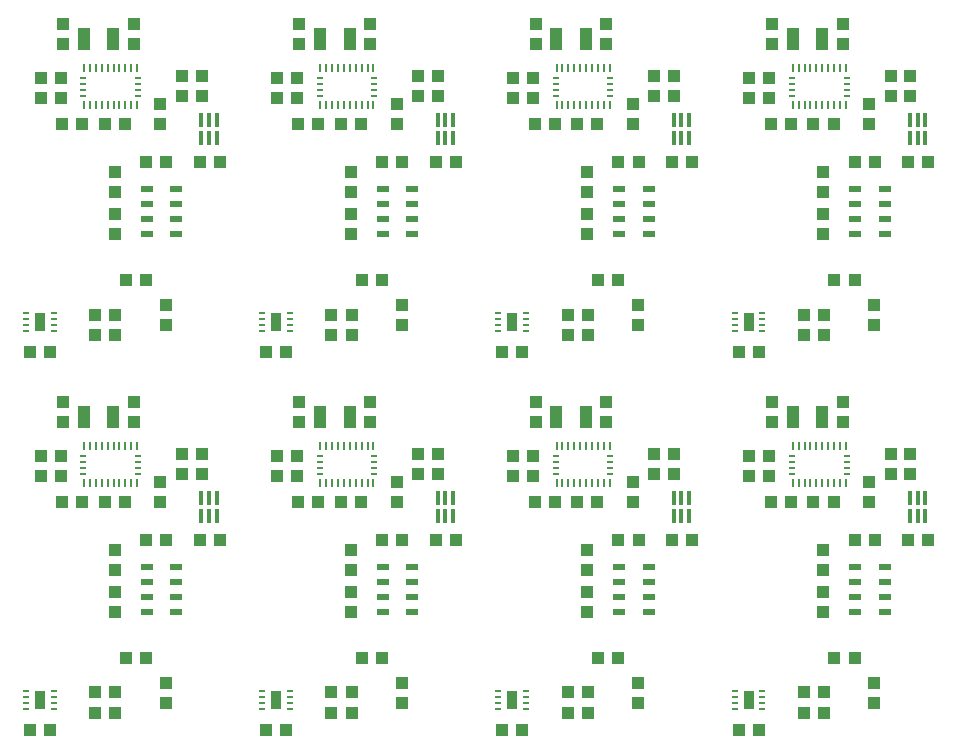
<source format=gbr>
G04 #@! TF.GenerationSoftware,KiCad,Pcbnew,(5.1.0-rc1-113-g51cc783e7)*
G04 #@! TF.CreationDate,2019-03-14T17:18:49-04:00
G04 #@! TF.ProjectId,fk-naturalist-sensors,666b2d6e-6174-4757-9261-6c6973742d73,rev?*
G04 #@! TF.SameCoordinates,Original*
G04 #@! TF.FileFunction,Paste,Top*
G04 #@! TF.FilePolarity,Positive*
%FSLAX46Y46*%
G04 Gerber Fmt 4.6, Leading zero omitted, Abs format (unit mm)*
G04 Created by KiCad (PCBNEW (5.1.0-rc1-113-g51cc783e7)) date 2019-03-14 17:18:49*
%MOMM*%
%LPD*%
G04 APERTURE LIST*
%ADD10R,1.000000X1.100000*%
%ADD11R,0.900000X1.600000*%
%ADD12R,0.550000X0.250000*%
%ADD13R,0.350000X1.200000*%
%ADD14R,1.100000X1.900000*%
%ADD15R,1.100000X1.000000*%
%ADD16R,1.100000X0.500000*%
%ADD17R,0.575000X0.250000*%
%ADD18R,0.250000X0.675000*%
G04 APERTURE END LIST*
D10*
X103820234Y-89488113D03*
X103820234Y-87788113D03*
X83820234Y-89488113D03*
X83820234Y-87788113D03*
X63820234Y-89488113D03*
X63820234Y-87788113D03*
X43820234Y-89488113D03*
X43820234Y-87788113D03*
X103820234Y-57488113D03*
X103820234Y-55788113D03*
X83820234Y-57488113D03*
X83820234Y-55788113D03*
X63820234Y-57488113D03*
X63820234Y-55788113D03*
X103362500Y-72451000D03*
X103362500Y-70751000D03*
X83362500Y-72451000D03*
X83362500Y-70751000D03*
X63362500Y-72451000D03*
X63362500Y-70751000D03*
X43362500Y-72451000D03*
X43362500Y-70751000D03*
X103362500Y-40451000D03*
X103362500Y-38751000D03*
X83362500Y-40451000D03*
X83362500Y-38751000D03*
X63362500Y-40451000D03*
X63362500Y-38751000D03*
D11*
X93172800Y-89216400D03*
D12*
X94347800Y-88466400D03*
X94347800Y-88966400D03*
X94347800Y-89466400D03*
X94347800Y-89966400D03*
X91997800Y-89966400D03*
X91997800Y-89466400D03*
X91997800Y-88966400D03*
X91997800Y-88466400D03*
D11*
X73172800Y-89216400D03*
D12*
X74347800Y-88466400D03*
X74347800Y-88966400D03*
X74347800Y-89466400D03*
X74347800Y-89966400D03*
X71997800Y-89966400D03*
X71997800Y-89466400D03*
X71997800Y-88966400D03*
X71997800Y-88466400D03*
D11*
X53172800Y-89216400D03*
D12*
X54347800Y-88466400D03*
X54347800Y-88966400D03*
X54347800Y-89466400D03*
X54347800Y-89966400D03*
X51997800Y-89966400D03*
X51997800Y-89466400D03*
X51997800Y-88966400D03*
X51997800Y-88466400D03*
D11*
X33172800Y-89216400D03*
D12*
X34347800Y-88466400D03*
X34347800Y-88966400D03*
X34347800Y-89466400D03*
X34347800Y-89966400D03*
X31997800Y-89966400D03*
X31997800Y-89466400D03*
X31997800Y-88966400D03*
X31997800Y-88466400D03*
D11*
X93172800Y-57216400D03*
D12*
X94347800Y-56466400D03*
X94347800Y-56966400D03*
X94347800Y-57466400D03*
X94347800Y-57966400D03*
X91997800Y-57966400D03*
X91997800Y-57466400D03*
X91997800Y-56966400D03*
X91997800Y-56466400D03*
D11*
X73172800Y-57216400D03*
D12*
X74347800Y-56466400D03*
X74347800Y-56966400D03*
X74347800Y-57466400D03*
X74347800Y-57966400D03*
X71997800Y-57966400D03*
X71997800Y-57466400D03*
X71997800Y-56966400D03*
X71997800Y-56466400D03*
D11*
X53172800Y-57216400D03*
D12*
X54347800Y-56466400D03*
X54347800Y-56966400D03*
X54347800Y-57466400D03*
X54347800Y-57966400D03*
X51997800Y-57966400D03*
X51997800Y-57466400D03*
X51997800Y-56966400D03*
X51997800Y-56466400D03*
D10*
X99513600Y-80044000D03*
X99513600Y-81744000D03*
X79513600Y-80044000D03*
X79513600Y-81744000D03*
X59513600Y-80044000D03*
X59513600Y-81744000D03*
X39513600Y-80044000D03*
X39513600Y-81744000D03*
X99513600Y-48044000D03*
X99513600Y-49744000D03*
X79513600Y-48044000D03*
X79513600Y-49744000D03*
X59513600Y-48044000D03*
X59513600Y-49744000D03*
D13*
X108139403Y-73640053D03*
X107489403Y-73640053D03*
X106839403Y-73640053D03*
X106839403Y-72140053D03*
X107489403Y-72140053D03*
X108139403Y-72140053D03*
X88139403Y-73640053D03*
X87489403Y-73640053D03*
X86839403Y-73640053D03*
X86839403Y-72140053D03*
X87489403Y-72140053D03*
X88139403Y-72140053D03*
X68139403Y-73640053D03*
X67489403Y-73640053D03*
X66839403Y-73640053D03*
X66839403Y-72140053D03*
X67489403Y-72140053D03*
X68139403Y-72140053D03*
X48139403Y-73640053D03*
X47489403Y-73640053D03*
X46839403Y-73640053D03*
X46839403Y-72140053D03*
X47489403Y-72140053D03*
X48139403Y-72140053D03*
X108139403Y-41640053D03*
X107489403Y-41640053D03*
X106839403Y-41640053D03*
X106839403Y-40140053D03*
X107489403Y-40140053D03*
X108139403Y-40140053D03*
X88139403Y-41640053D03*
X87489403Y-41640053D03*
X86839403Y-41640053D03*
X86839403Y-40140053D03*
X87489403Y-40140053D03*
X88139403Y-40140053D03*
X68139403Y-41640053D03*
X67489403Y-41640053D03*
X66839403Y-41640053D03*
X66839403Y-40140053D03*
X67489403Y-40140053D03*
X68139403Y-40140053D03*
D10*
X105204000Y-70101500D03*
X105204000Y-68401500D03*
X85204000Y-70101500D03*
X85204000Y-68401500D03*
X65204000Y-70101500D03*
X65204000Y-68401500D03*
X45204000Y-70101500D03*
X45204000Y-68401500D03*
X105204000Y-38101500D03*
X105204000Y-36401500D03*
X85204000Y-38101500D03*
X85204000Y-36401500D03*
X65204000Y-38101500D03*
X65204000Y-36401500D03*
X106855000Y-68401500D03*
X106855000Y-70101500D03*
X86855000Y-68401500D03*
X86855000Y-70101500D03*
X66855000Y-68401500D03*
X66855000Y-70101500D03*
X46855000Y-68401500D03*
X46855000Y-70101500D03*
X106855000Y-36401500D03*
X106855000Y-38101500D03*
X86855000Y-36401500D03*
X86855000Y-38101500D03*
X66855000Y-36401500D03*
X66855000Y-38101500D03*
D14*
X99392800Y-65276400D03*
X96892800Y-65276400D03*
X79392800Y-65276400D03*
X76892800Y-65276400D03*
X59392800Y-65276400D03*
X56892800Y-65276400D03*
X39392800Y-65276400D03*
X36892800Y-65276400D03*
X99392800Y-33276400D03*
X96892800Y-33276400D03*
X79392800Y-33276400D03*
X76892800Y-33276400D03*
X59392800Y-33276400D03*
X56892800Y-33276400D03*
D15*
X94928800Y-70254800D03*
X93228800Y-70254800D03*
X74928800Y-70254800D03*
X73228800Y-70254800D03*
X54928800Y-70254800D03*
X53228800Y-70254800D03*
X34928800Y-70254800D03*
X33228800Y-70254800D03*
X94928800Y-38254800D03*
X93228800Y-38254800D03*
X74928800Y-38254800D03*
X73228800Y-38254800D03*
X54928800Y-38254800D03*
X53228800Y-38254800D03*
X95057600Y-72490000D03*
X96757600Y-72490000D03*
X75057600Y-72490000D03*
X76757600Y-72490000D03*
X55057600Y-72490000D03*
X56757600Y-72490000D03*
X35057600Y-72490000D03*
X36757600Y-72490000D03*
X95057600Y-40490000D03*
X96757600Y-40490000D03*
X75057600Y-40490000D03*
X76757600Y-40490000D03*
X55057600Y-40490000D03*
X56757600Y-40490000D03*
D16*
X104706400Y-77986000D03*
X104706400Y-79236000D03*
X104706400Y-80486000D03*
X104706400Y-81736000D03*
X102206400Y-81736000D03*
X102206400Y-80486000D03*
X102206400Y-79236000D03*
X102206400Y-77986000D03*
X84706400Y-77986000D03*
X84706400Y-79236000D03*
X84706400Y-80486000D03*
X84706400Y-81736000D03*
X82206400Y-81736000D03*
X82206400Y-80486000D03*
X82206400Y-79236000D03*
X82206400Y-77986000D03*
X64706400Y-77986000D03*
X64706400Y-79236000D03*
X64706400Y-80486000D03*
X64706400Y-81736000D03*
X62206400Y-81736000D03*
X62206400Y-80486000D03*
X62206400Y-79236000D03*
X62206400Y-77986000D03*
X44706400Y-77986000D03*
X44706400Y-79236000D03*
X44706400Y-80486000D03*
X44706400Y-81736000D03*
X42206400Y-81736000D03*
X42206400Y-80486000D03*
X42206400Y-79236000D03*
X42206400Y-77986000D03*
X104706400Y-45986000D03*
X104706400Y-47236000D03*
X104706400Y-48486000D03*
X104706400Y-49736000D03*
X102206400Y-49736000D03*
X102206400Y-48486000D03*
X102206400Y-47236000D03*
X102206400Y-45986000D03*
X84706400Y-45986000D03*
X84706400Y-47236000D03*
X84706400Y-48486000D03*
X84706400Y-49736000D03*
X82206400Y-49736000D03*
X82206400Y-48486000D03*
X82206400Y-47236000D03*
X82206400Y-45986000D03*
X64706400Y-45986000D03*
X64706400Y-47236000D03*
X64706400Y-48486000D03*
X64706400Y-49736000D03*
X62206400Y-49736000D03*
X62206400Y-48486000D03*
X62206400Y-47236000D03*
X62206400Y-45986000D03*
D10*
X101140000Y-63969200D03*
X101140000Y-65669200D03*
X81140000Y-63969200D03*
X81140000Y-65669200D03*
X61140000Y-63969200D03*
X61140000Y-65669200D03*
X41140000Y-63969200D03*
X41140000Y-65669200D03*
X101140000Y-31969200D03*
X101140000Y-33669200D03*
X81140000Y-31969200D03*
X81140000Y-33669200D03*
X61140000Y-31969200D03*
X61140000Y-33669200D03*
D15*
X100364400Y-72490000D03*
X98664400Y-72490000D03*
X80364400Y-72490000D03*
X78664400Y-72490000D03*
X60364400Y-72490000D03*
X58664400Y-72490000D03*
X40364400Y-72490000D03*
X38664400Y-72490000D03*
X100364400Y-40490000D03*
X98664400Y-40490000D03*
X80364400Y-40490000D03*
X78664400Y-40490000D03*
X60364400Y-40490000D03*
X58664400Y-40490000D03*
D10*
X97841657Y-88578554D03*
X97841657Y-90278554D03*
X77841657Y-88578554D03*
X77841657Y-90278554D03*
X57841657Y-88578554D03*
X57841657Y-90278554D03*
X37841657Y-88578554D03*
X37841657Y-90278554D03*
X97841657Y-56578554D03*
X97841657Y-58278554D03*
X77841657Y-56578554D03*
X77841657Y-58278554D03*
X57841657Y-56578554D03*
X57841657Y-58278554D03*
D15*
X92322800Y-91766400D03*
X94022800Y-91766400D03*
X72322800Y-91766400D03*
X74022800Y-91766400D03*
X52322800Y-91766400D03*
X54022800Y-91766400D03*
X32322800Y-91766400D03*
X34022800Y-91766400D03*
X92322800Y-59766400D03*
X94022800Y-59766400D03*
X72322800Y-59766400D03*
X74022800Y-59766400D03*
X52322800Y-59766400D03*
X54022800Y-59766400D03*
D17*
X101471300Y-70039600D03*
X101471300Y-69539600D03*
X101471300Y-69039600D03*
X101471300Y-68539600D03*
X96846300Y-70039600D03*
X96846300Y-69539600D03*
X96846300Y-69039600D03*
X96846300Y-68539600D03*
D18*
X101408800Y-70852100D03*
X100908800Y-70852100D03*
X100408800Y-70852100D03*
X99908800Y-70852100D03*
X99408800Y-70852100D03*
X98908800Y-70852100D03*
X98408800Y-70852100D03*
X97908800Y-70852100D03*
X97408800Y-70852100D03*
X96908800Y-70852100D03*
X101408800Y-67727100D03*
X100908800Y-67727100D03*
X100408800Y-67727100D03*
X99908800Y-67727100D03*
X99408800Y-67727100D03*
X98908800Y-67727100D03*
X98408800Y-67727100D03*
X97908800Y-67727100D03*
X97408800Y-67727100D03*
X96908800Y-67727100D03*
D17*
X81471300Y-70039600D03*
X81471300Y-69539600D03*
X81471300Y-69039600D03*
X81471300Y-68539600D03*
X76846300Y-70039600D03*
X76846300Y-69539600D03*
X76846300Y-69039600D03*
X76846300Y-68539600D03*
D18*
X81408800Y-70852100D03*
X80908800Y-70852100D03*
X80408800Y-70852100D03*
X79908800Y-70852100D03*
X79408800Y-70852100D03*
X78908800Y-70852100D03*
X78408800Y-70852100D03*
X77908800Y-70852100D03*
X77408800Y-70852100D03*
X76908800Y-70852100D03*
X81408800Y-67727100D03*
X80908800Y-67727100D03*
X80408800Y-67727100D03*
X79908800Y-67727100D03*
X79408800Y-67727100D03*
X78908800Y-67727100D03*
X78408800Y-67727100D03*
X77908800Y-67727100D03*
X77408800Y-67727100D03*
X76908800Y-67727100D03*
D17*
X61471300Y-70039600D03*
X61471300Y-69539600D03*
X61471300Y-69039600D03*
X61471300Y-68539600D03*
X56846300Y-70039600D03*
X56846300Y-69539600D03*
X56846300Y-69039600D03*
X56846300Y-68539600D03*
D18*
X61408800Y-70852100D03*
X60908800Y-70852100D03*
X60408800Y-70852100D03*
X59908800Y-70852100D03*
X59408800Y-70852100D03*
X58908800Y-70852100D03*
X58408800Y-70852100D03*
X57908800Y-70852100D03*
X57408800Y-70852100D03*
X56908800Y-70852100D03*
X61408800Y-67727100D03*
X60908800Y-67727100D03*
X60408800Y-67727100D03*
X59908800Y-67727100D03*
X59408800Y-67727100D03*
X58908800Y-67727100D03*
X58408800Y-67727100D03*
X57908800Y-67727100D03*
X57408800Y-67727100D03*
X56908800Y-67727100D03*
D17*
X41471300Y-70039600D03*
X41471300Y-69539600D03*
X41471300Y-69039600D03*
X41471300Y-68539600D03*
X36846300Y-70039600D03*
X36846300Y-69539600D03*
X36846300Y-69039600D03*
X36846300Y-68539600D03*
D18*
X41408800Y-70852100D03*
X40908800Y-70852100D03*
X40408800Y-70852100D03*
X39908800Y-70852100D03*
X39408800Y-70852100D03*
X38908800Y-70852100D03*
X38408800Y-70852100D03*
X37908800Y-70852100D03*
X37408800Y-70852100D03*
X36908800Y-70852100D03*
X41408800Y-67727100D03*
X40908800Y-67727100D03*
X40408800Y-67727100D03*
X39908800Y-67727100D03*
X39408800Y-67727100D03*
X38908800Y-67727100D03*
X38408800Y-67727100D03*
X37908800Y-67727100D03*
X37408800Y-67727100D03*
X36908800Y-67727100D03*
D17*
X101471300Y-38039600D03*
X101471300Y-37539600D03*
X101471300Y-37039600D03*
X101471300Y-36539600D03*
X96846300Y-38039600D03*
X96846300Y-37539600D03*
X96846300Y-37039600D03*
X96846300Y-36539600D03*
D18*
X101408800Y-38852100D03*
X100908800Y-38852100D03*
X100408800Y-38852100D03*
X99908800Y-38852100D03*
X99408800Y-38852100D03*
X98908800Y-38852100D03*
X98408800Y-38852100D03*
X97908800Y-38852100D03*
X97408800Y-38852100D03*
X96908800Y-38852100D03*
X101408800Y-35727100D03*
X100908800Y-35727100D03*
X100408800Y-35727100D03*
X99908800Y-35727100D03*
X99408800Y-35727100D03*
X98908800Y-35727100D03*
X98408800Y-35727100D03*
X97908800Y-35727100D03*
X97408800Y-35727100D03*
X96908800Y-35727100D03*
D17*
X81471300Y-38039600D03*
X81471300Y-37539600D03*
X81471300Y-37039600D03*
X81471300Y-36539600D03*
X76846300Y-38039600D03*
X76846300Y-37539600D03*
X76846300Y-37039600D03*
X76846300Y-36539600D03*
D18*
X81408800Y-38852100D03*
X80908800Y-38852100D03*
X80408800Y-38852100D03*
X79908800Y-38852100D03*
X79408800Y-38852100D03*
X78908800Y-38852100D03*
X78408800Y-38852100D03*
X77908800Y-38852100D03*
X77408800Y-38852100D03*
X76908800Y-38852100D03*
X81408800Y-35727100D03*
X80908800Y-35727100D03*
X80408800Y-35727100D03*
X79908800Y-35727100D03*
X79408800Y-35727100D03*
X78908800Y-35727100D03*
X78408800Y-35727100D03*
X77908800Y-35727100D03*
X77408800Y-35727100D03*
X76908800Y-35727100D03*
D17*
X61471300Y-38039600D03*
X61471300Y-37539600D03*
X61471300Y-37039600D03*
X61471300Y-36539600D03*
X56846300Y-38039600D03*
X56846300Y-37539600D03*
X56846300Y-37039600D03*
X56846300Y-36539600D03*
D18*
X61408800Y-38852100D03*
X60908800Y-38852100D03*
X60408800Y-38852100D03*
X59908800Y-38852100D03*
X59408800Y-38852100D03*
X58908800Y-38852100D03*
X58408800Y-38852100D03*
X57908800Y-38852100D03*
X57408800Y-38852100D03*
X56908800Y-38852100D03*
X61408800Y-35727100D03*
X60908800Y-35727100D03*
X60408800Y-35727100D03*
X59908800Y-35727100D03*
X59408800Y-35727100D03*
X58908800Y-35727100D03*
X58408800Y-35727100D03*
X57908800Y-35727100D03*
X57408800Y-35727100D03*
X56908800Y-35727100D03*
D10*
X99568857Y-90278554D03*
X99568857Y-88578554D03*
X79568857Y-90278554D03*
X79568857Y-88578554D03*
X59568857Y-90278554D03*
X59568857Y-88578554D03*
X39568857Y-90278554D03*
X39568857Y-88578554D03*
X99568857Y-58278554D03*
X99568857Y-56578554D03*
X79568857Y-58278554D03*
X79568857Y-56578554D03*
X59568857Y-58278554D03*
X59568857Y-56578554D03*
D15*
X106690800Y-75639600D03*
X108390800Y-75639600D03*
X86690800Y-75639600D03*
X88390800Y-75639600D03*
X66690800Y-75639600D03*
X68390800Y-75639600D03*
X46690800Y-75639600D03*
X48390800Y-75639600D03*
X106690800Y-43639600D03*
X108390800Y-43639600D03*
X86690800Y-43639600D03*
X88390800Y-43639600D03*
X66690800Y-43639600D03*
X68390800Y-43639600D03*
X103856400Y-75636000D03*
X102156400Y-75636000D03*
X83856400Y-75636000D03*
X82156400Y-75636000D03*
X63856400Y-75636000D03*
X62156400Y-75636000D03*
X43856400Y-75636000D03*
X42156400Y-75636000D03*
X103856400Y-43636000D03*
X102156400Y-43636000D03*
X83856400Y-43636000D03*
X82156400Y-43636000D03*
X63856400Y-43636000D03*
X62156400Y-43636000D03*
X94928800Y-68578400D03*
X93228800Y-68578400D03*
X74928800Y-68578400D03*
X73228800Y-68578400D03*
X54928800Y-68578400D03*
X53228800Y-68578400D03*
X34928800Y-68578400D03*
X33228800Y-68578400D03*
X94928800Y-36578400D03*
X93228800Y-36578400D03*
X74928800Y-36578400D03*
X73228800Y-36578400D03*
X54928800Y-36578400D03*
X53228800Y-36578400D03*
D10*
X95145600Y-65669200D03*
X95145600Y-63969200D03*
X75145600Y-65669200D03*
X75145600Y-63969200D03*
X55145600Y-65669200D03*
X55145600Y-63969200D03*
X35145600Y-65669200D03*
X35145600Y-63969200D03*
X95145600Y-33669200D03*
X95145600Y-31969200D03*
X75145600Y-33669200D03*
X75145600Y-31969200D03*
X55145600Y-33669200D03*
X55145600Y-31969200D03*
D15*
X100442400Y-85647200D03*
X102142400Y-85647200D03*
X80442400Y-85647200D03*
X82142400Y-85647200D03*
X60442400Y-85647200D03*
X62142400Y-85647200D03*
X40442400Y-85647200D03*
X42142400Y-85647200D03*
X100442400Y-53647200D03*
X102142400Y-53647200D03*
X80442400Y-53647200D03*
X82142400Y-53647200D03*
X60442400Y-53647200D03*
X62142400Y-53647200D03*
D10*
X99513600Y-76538800D03*
X99513600Y-78238800D03*
X79513600Y-76538800D03*
X79513600Y-78238800D03*
X59513600Y-76538800D03*
X59513600Y-78238800D03*
X39513600Y-76538800D03*
X39513600Y-78238800D03*
X99513600Y-44538800D03*
X99513600Y-46238800D03*
X79513600Y-44538800D03*
X79513600Y-46238800D03*
X59513600Y-44538800D03*
X59513600Y-46238800D03*
D18*
X36908800Y-35727100D03*
X37408800Y-35727100D03*
X37908800Y-35727100D03*
X38408800Y-35727100D03*
X38908800Y-35727100D03*
X39408800Y-35727100D03*
X39908800Y-35727100D03*
X40408800Y-35727100D03*
X40908800Y-35727100D03*
X41408800Y-35727100D03*
X36908800Y-38852100D03*
X37408800Y-38852100D03*
X37908800Y-38852100D03*
X38408800Y-38852100D03*
X38908800Y-38852100D03*
X39408800Y-38852100D03*
X39908800Y-38852100D03*
X40408800Y-38852100D03*
X40908800Y-38852100D03*
X41408800Y-38852100D03*
D17*
X36846300Y-36539600D03*
X36846300Y-37039600D03*
X36846300Y-37539600D03*
X36846300Y-38039600D03*
X41471300Y-36539600D03*
X41471300Y-37039600D03*
X41471300Y-37539600D03*
X41471300Y-38039600D03*
D13*
X48139403Y-40140053D03*
X47489403Y-40140053D03*
X46839403Y-40140053D03*
X46839403Y-41640053D03*
X47489403Y-41640053D03*
X48139403Y-41640053D03*
D12*
X31997800Y-56466400D03*
X31997800Y-56966400D03*
X31997800Y-57466400D03*
X31997800Y-57966400D03*
X34347800Y-57966400D03*
X34347800Y-57466400D03*
X34347800Y-56966400D03*
X34347800Y-56466400D03*
D11*
X33172800Y-57216400D03*
D16*
X42206400Y-45986000D03*
X42206400Y-47236000D03*
X42206400Y-48486000D03*
X42206400Y-49736000D03*
X44706400Y-49736000D03*
X44706400Y-48486000D03*
X44706400Y-47236000D03*
X44706400Y-45986000D03*
D10*
X39513600Y-46238800D03*
X39513600Y-44538800D03*
D15*
X34022800Y-59766400D03*
X32322800Y-59766400D03*
X42156400Y-43636000D03*
X43856400Y-43636000D03*
X48390800Y-43639600D03*
X46690800Y-43639600D03*
D10*
X39513600Y-49744000D03*
X39513600Y-48044000D03*
X39568857Y-56578554D03*
X39568857Y-58278554D03*
X37841657Y-58278554D03*
X37841657Y-56578554D03*
X43820234Y-55788113D03*
X43820234Y-57488113D03*
D15*
X42142400Y-53647200D03*
X40442400Y-53647200D03*
D10*
X35145600Y-31969200D03*
X35145600Y-33669200D03*
D15*
X33228800Y-36578400D03*
X34928800Y-36578400D03*
X38664400Y-40490000D03*
X40364400Y-40490000D03*
D10*
X41140000Y-33669200D03*
X41140000Y-31969200D03*
X43362500Y-38751000D03*
X43362500Y-40451000D03*
D15*
X36757600Y-40490000D03*
X35057600Y-40490000D03*
X33228800Y-38254800D03*
X34928800Y-38254800D03*
D14*
X36892800Y-33276400D03*
X39392800Y-33276400D03*
D10*
X46855000Y-38101500D03*
X46855000Y-36401500D03*
X45204000Y-36401500D03*
X45204000Y-38101500D03*
M02*

</source>
